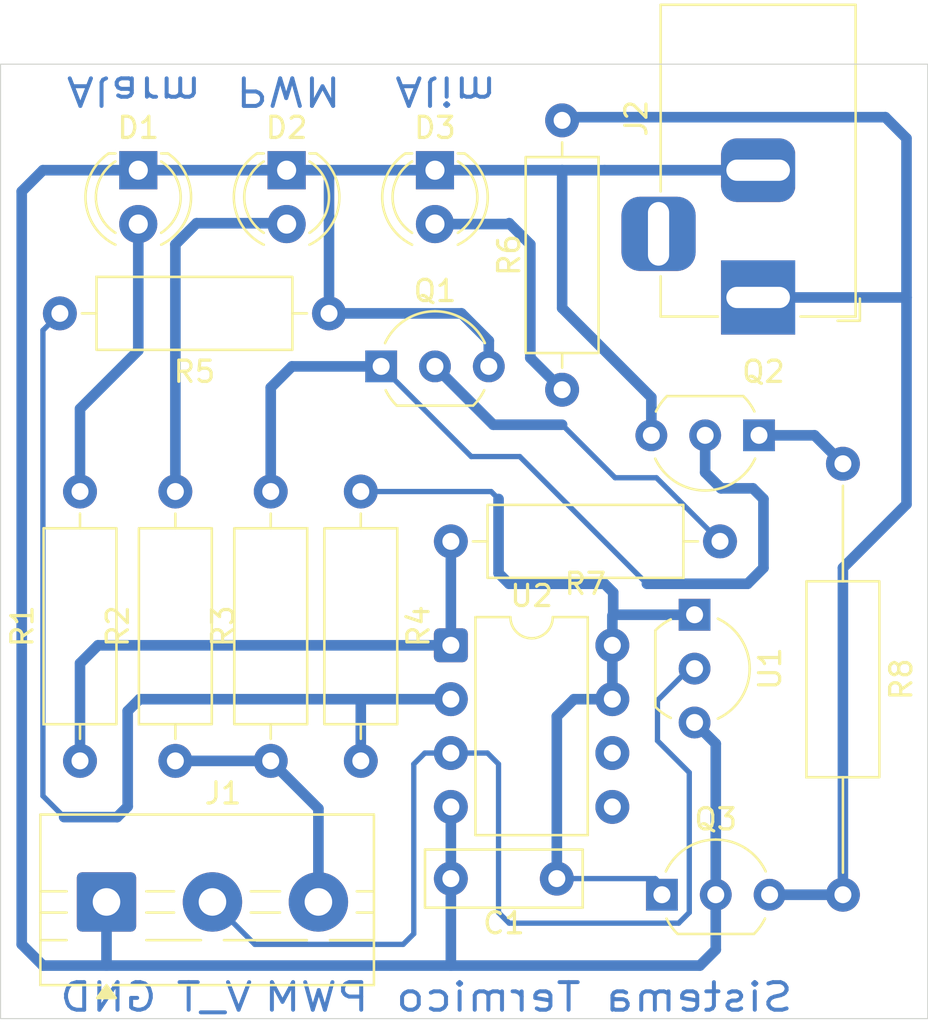
<source format=kicad_pcb>
(kicad_pcb (version 20241229) (generator "pcbnew") (generator_version "9.0")
  (layers (0 "F.Cu" signal) (2 "B.Cu" signal) (13 "F.Paste" user) (15 "B.Paste" user) (5 "F.SilkS" user "F.Silkscreen") (7 "B.SilkS" user "B.Silkscreen") (1 "F.Mask" user) (3 "B.Mask" user) (25 "Edge.Cuts" user))
  (net 0 "")
  (net 1 "Net-(U2-GND)")
  (net 2 "Net-(D1-A)")
  (net 3 "GND")
  (net 4 "Net-(D2-A)")
  (net 5 "Net-(D3-A)")
  (net 6 "V_T")
  (net 7 "IN_12")
  (net 9 "Net-(Q1-B)")
  (net 10 "Net-(Q2-C)")
  (net 11 "PWM")
  (net 12 "Net-(U2-+)")
  (net 13 "Net-(Q1-C)")
  (net 16 "Net-(Q3-C)")
  (footprint "Resistor_THT:R_Axial_DIN0309_L9.0mm_D3.2mm_P12.70mm_Horizontal" (layer "F.Cu") (at 50.5 37.65 -90)
    (property "Reference" "R6" (at 6.35 2.5 90) (layer "F.SilkS"))
    (property "Value" "220")
    (fp_line (start 1.04 0) (end 1.73 0) (stroke (width 0.12)) (layer "F.SilkS"))
    (fp_line (start 11.66 0) (end 10.97 0) (stroke (width 0.12)) (layer "F.SilkS"))
    (fp_rect (start 1.73 -1.72) (end 10.97 1.72) (stroke (width 0.12)) (fill no) (layer "F.SilkS"))
    (pad "1" thru_hole circle (at 0 0 270) (size 1.6 1.6) (drill 0.8) (layers "*.Cu" "*.Mask") (net 7 "IN_12"))
    (pad "2" thru_hole circle (at 12.7 0 270) (size 1.6 1.6) (drill 0.8) (layers "*.Cu" "*.Mask") (net 5 "Net-(D3-A)"))
  )
  (footprint "Package_TO_SOT_THT:TO-92_Inline_Wide" (layer "F.Cu") (at 41.96 49.25)
    (property "Reference" "Q1" (at 2.54 -3.56 0) (layer "F.SilkS"))
    (property "Value" "BC337")
    (fp_line (start 0.74 1.85) (end 4.34 1.85) (stroke (width 0.12)) (layer "F.SilkS"))
    (fp_arc (start 0.1836 -1.098807) (mid 1.143021 -2.192817) (end 2.54 -2.6) (stroke (width 0.12)) (layer "F.SilkS"))
    (fp_arc (start 0.74 1.85) (mid 0.446097 1.509328) (end 0.215816 1.122795) (stroke (width 0.12)) (layer "F.SilkS"))
    (fp_arc (start 2.54 -2.6) (mid 3.936979 -2.192818) (end 4.8964 -1.098807) (stroke (width 0.12)) (layer "F.SilkS"))
    (fp_arc (start 4.864184 1.122795) (mid 4.633903 1.509328) (end 4.34 1.85) (stroke (width 0.12)) (layer "F.SilkS"))
    (pad "1" thru_hole rect (at 0 0) (size 1.5 1.5) (drill 0.8) (layers "*.Cu" "*.Mask") (net 13 "Net-(Q1-C)"))
    (pad "2" thru_hole circle (at 2.54 0) (size 1.5 1.5) (drill 0.8) (layers "*.Cu" "*.Mask") (net 9 "Net-(Q1-B)"))
    (pad "3" thru_hole circle (at 5.08 0) (size 1.5 1.5) (drill 0.8) (layers "*.Cu" "*.Mask") (net 3 "GND"))
  )
  (footprint "Package_TO_SOT_THT:TO-92_Inline_Wide" (layer "F.Cu") (at 56.75 60.96 -90)
    (property "Reference" "U1" (at 2.54 -3.56 90) (layer "F.SilkS"))
    (property "Value" "LM35-LP")
    (fp_line (start 0.74 1.85) (end 4.34 1.85) (stroke (width 0.12)) (layer "F.SilkS"))
    (fp_arc (start 0.74 1.85) (mid 0.446097 1.509328) (end 0.215816 1.122795) (stroke (width 0.12)) (layer "F.SilkS"))
    (fp_arc (start 4.864184 1.122795) (mid 4.633903 1.509328) (end 4.34 1.85) (stroke (width 0.12)) (layer "F.SilkS"))
    (fp_arc (start 0.1836 -1.098807) (mid 1.143021 -2.192817) (end 2.54 -2.6) (stroke (width 0.12)) (layer "F.SilkS"))
    (fp_arc (start 2.54 -2.6) (mid 3.936979 -2.192818) (end 4.8964 -1.098807) (stroke (width 0.12)) (layer "F.SilkS"))
    (pad "1" thru_hole rect (at 0 0 270) (size 1.5 1.5) (drill 0.8) (layers "*.Cu" "*.Mask") (net 16 "Net-(Q3-C)"))
    (pad "2" thru_hole circle (at 2.54 0 270) (size 1.5 1.5) (drill 0.8) (layers "*.Cu" "*.Mask") (net 6 "V_T"))
    (pad "3" thru_hole circle (at 5.08 0 270) (size 1.5 1.5) (drill 0.8) (layers "*.Cu" "*.Mask") (net 3 "GND"))
  )
  (footprint "Resistor_THT:R_Axial_DIN0309_L9.0mm_D3.2mm_P12.70mm_Horizontal" (layer "F.Cu") (at 26.8 46.75)
    (property "Reference" "R5" (at 6.35 2.75 0) (layer "F.SilkS"))
    (property "Value" "100")
    (fp_line (start 1.04 0) (end 1.73 0) (stroke (width 0.12)) (layer "F.SilkS"))
    (fp_line (start 11.66 0) (end 10.97 0) (stroke (width 0.12)) (layer "F.SilkS"))
    (fp_rect (start 1.73 -1.72) (end 10.97 1.72) (stroke (width 0.12)) (fill no) (layer "F.SilkS"))
    (pad "1" thru_hole circle (at 0 0) (size 1.6 1.6) (drill 0.8) (layers "*.Cu" "*.Mask") (net 12 "Net-(U2-+)"))
    (pad "2" thru_hole circle (at 12.7 0) (size 1.6 1.6) (drill 0.8) (layers "*.Cu" "*.Mask") (net 3 "GND"))
  )
  (footprint "Package_TO_SOT_THT:TO-92_Inline_Wide" (layer "F.Cu") (at 55.21 74.16)
    (property "Reference" "Q3" (at 2.54 -3.56 0) (layer "F.SilkS"))
    (property "Value" "BC337")
    (fp_line (start 0.74 1.85) (end 4.34 1.85) (stroke (width 0.12)) (layer "F.SilkS"))
    (fp_arc (start 0.1836 -1.098807) (mid 1.143021 -2.192817) (end 2.54 -2.6) (stroke (width 0.12)) (layer "F.SilkS"))
    (fp_arc (start 0.74 1.85) (mid 0.446097 1.509328) (end 0.215816 1.122795) (stroke (width 0.12)) (layer "F.SilkS"))
    (fp_arc (start 2.54 -2.6) (mid 3.936979 -2.192818) (end 4.8964 -1.098807) (stroke (width 0.12)) (layer "F.SilkS"))
    (fp_arc (start 4.864184 1.122795) (mid 4.633903 1.509328) (end 4.34 1.85) (stroke (width 0.12)) (layer "F.SilkS"))
    (pad "1" thru_hole rect (at 0 0) (size 1.5 1.5) (drill 0.8) (layers "*.Cu" "*.Mask") (net 16 "Net-(Q3-C)"))
    (pad "2" thru_hole circle (at 2.54 0) (size 1.5 1.5) (drill 0.8) (layers "*.Cu" "*.Mask") (net 3 "GND"))
    (pad "3" thru_hole circle (at 5.08 0) (size 1.5 1.5) (drill 0.8) (layers "*.Cu" "*.Mask") (net 7 "IN_12"))
  )
  (footprint "Capacitor_THT:C_Rect_L7.2mm_W2.5mm_P5.00mm_FKS2_FKP2_MKS2_MKP2" (layer "F.Cu") (at 50.25 73.4 180)
    (property "Reference" "C1" (at 2.5 -2.1 0) (layer "F.SilkS"))
    (property "Value" "68n")
    (fp_line (start 6.22 1.37) (end -1.22 1.37) (stroke (width 0.12)) (layer "F.SilkS"))
    (fp_line (start 6.22 -1.37) (end 6.22 1.37) (stroke (width 0.12)) (layer "F.SilkS"))
    (fp_line (start -1.22 1.37) (end -1.22 -1.37) (stroke (width 0.12)) (layer "F.SilkS"))
    (fp_line (start -1.22 -1.37) (end 6.22 -1.37) (stroke (width 0.12)) (layer "F.SilkS"))
    (pad "1" thru_hole circle (at 0 0 180) (size 1.6 1.6) (drill 0.8) (layers "*.Cu" "*.Mask") (net 16 "Net-(Q3-C)"))
    (pad "2" thru_hole circle (at 5 0 180) (size 1.6 1.6) (drill 0.8) (layers "*.Cu" "*.Mask") (net 3 "GND"))
  )
  (footprint "LED_THT:LED_D4.0mm" (layer "F.Cu") (at 44.5 40 -90)
    (property "Reference" "D3" (at -2 0 180) (layer "F.SilkS"))
    (property "Value" "LED")
    (fp_line (start -0.79 1.08) (end -0.79 1.399) (stroke (width 0.12)) (layer "F.SilkS"))
    (fp_line (start -0.79 -1.399) (end -0.79 -1.08) (stroke (width 0.12)) (layer "F.SilkS"))
    (fp_arc (start 2.95333 1.08) (mid 1.27 2) (end -0.41333 1.08) (stroke (width 0.12)) (layer "F.SilkS"))
    (fp_arc (start 3.513591 1.08) (mid 1.45392 2.483198) (end -0.79 1.398749) (stroke (width 0.12)) (layer "F.SilkS"))
    (fp_arc (start -0.41333 -1.08) (mid 1.27 -2) (end 2.95333 -1.08) (stroke (width 0.12)) (layer "F.SilkS"))
    (fp_arc (start -0.79 -1.398749) (mid 1.45392 -2.483198) (end 3.513591 -1.08) (stroke (width 0.12)) (layer "F.SilkS"))
    (pad "1" thru_hole rect (at 0 0 270) (size 1.8 1.8) (drill 0.9) (layers "*.Cu" "*.Mask") (net 3 "GND"))
    (pad "2" thru_hole circle (at 2.54 0 270) (size 1.8 1.8) (drill 0.9) (layers "*.Cu" "*.Mask") (net 5 "Net-(D3-A)"))
  )
  (footprint "TerminalBlock:TerminalBlock_MaiXu_MX126-5.0-03P_1x03_P5.00mm" (layer "F.Cu") (at 29 74.5)
    (property "Reference" "J1" (at 5.5 -5.12 0) (layer "F.SilkS"))
    (property "Value" "Screw_Terminal_01x03")
    (fp_line (start -3.12 -4.12) (end 12.62 -4.12) (stroke (width 0.12)) (layer "F.SilkS"))
    (fp_line (start -3.12 -0.5) (end -1.88 -0.5) (stroke (width 0.12)) (layer "F.SilkS"))
    (fp_line (start -3.12 0.5) (end -1.88 0.5) (stroke (width 0.12)) (layer "F.SilkS"))
    (fp_line (start -3.12 1.8) (end -1.88 1.8) (stroke (width 0.12)) (layer "F.SilkS"))
    (fp_line (start -3.12 3.92) (end -3.12 -4.12) (stroke (width 0.12)) (layer "F.SilkS"))
    (fp_line (start -0.3 3.92) (end -3.12 3.92) (stroke (width 0.12)) (layer "F.SilkS"))
    (fp_line (start 1.88 -0.5) (end 3.188 -0.5) (stroke (width 0.12)) (layer "F.SilkS"))
    (fp_line (start 1.88 0.5) (end 3.188 0.5) (stroke (width 0.12)) (layer "F.SilkS"))
    (fp_line (start 1.88 1.8) (end 4.457 1.8) (stroke (width 0.12)) (layer "F.SilkS"))
    (fp_line (start 5.543 1.8) (end 9.457 1.8) (stroke (width 0.12)) (layer "F.SilkS"))
    (fp_line (start 6.812 -0.5) (end 8.188 -0.5) (stroke (width 0.12)) (layer "F.SilkS"))
    (fp_line (start 6.812 0.5) (end 8.188 0.5) (stroke (width 0.12)) (layer "F.SilkS"))
    (fp_line (start 10.543 1.8) (end 12.62 1.8) (stroke (width 0.12)) (layer "F.SilkS"))
    (fp_line (start 11.812 -0.5) (end 12.62 -0.5) (stroke (width 0.12)) (layer "F.SilkS"))
    (fp_line (start 11.812 0.5) (end 12.62 0.5) (stroke (width 0.12)) (layer "F.SilkS"))
    (fp_line (start 12.62 -4.12) (end 12.62 3.92) (stroke (width 0.12)) (layer "F.SilkS"))
    (fp_line (start 12.62 3.92) (end 0.3 3.92) (stroke (width 0.12)) (layer "F.SilkS"))
    (fp_poly (pts (xy 0 3.92) (xy 0.44 4.53) (xy -0.44 4.53)) (stroke (width 0.12)) (fill yes) (layer "F.SilkS"))
    (pad "1" thru_hole roundrect (at 0 0) (size 2.8 2.8) (drill 1.3) (layers "*.Cu" "*.Mask") (roundrect_rratio 0.089286) (net 3 "GND"))
    (pad "2" thru_hole circle (at 5 0) (size 2.8 2.8) (drill 1.3) (layers "*.Cu" "*.Mask") (net 6 "V_T"))
    (pad "3" thru_hole circle (at 10 0) (size 2.8 2.8) (drill 1.3) (layers "*.Cu" "*.Mask") (net 11 "PWM"))
  )
  (footprint "Resistor_THT:R_Axial_DIN0309_L9.0mm_D3.2mm_P20.32mm_Horizontal" (layer "F.Cu") (at 63.75 74.16 90)
    (property "Reference" "R8" (at 10.16 2.75 90) (layer "F.SilkS"))
    (property "Value" "150")
    (fp_line (start 19.28 0) (end 14.78 0) (stroke (width 0.12)) (layer "F.SilkS"))
    (fp_line (start 1.04 0) (end 5.54 0) (stroke (width 0.12)) (layer "F.SilkS"))
    (fp_rect (start 5.54 -1.72) (end 14.78 1.72) (stroke (width 0.12)) (fill no) (layer "F.SilkS"))
    (pad "1" thru_hole circle (at 0 0 90) (size 1.6 1.6) (drill 0.8) (layers "*.Cu" "*.Mask") (net 7 "IN_12"))
    (pad "2" thru_hole circle (at 20.32 0 90) (size 1.6 1.6) (drill 0.8) (layers "*.Cu" "*.Mask") (net 10 "Net-(Q2-C)"))
  )
  (footprint "LED_THT:LED_D4.0mm" (layer "F.Cu") (at 30.5 40 -90)
    (property "Reference" "D1" (at -2 0 180) (layer "F.SilkS"))
    (property "Value" "LED")
    (fp_line (start -0.79 1.08) (end -0.79 1.399) (stroke (width 0.12)) (layer "F.SilkS"))
    (fp_line (start -0.79 -1.399) (end -0.79 -1.08) (stroke (width 0.12)) (layer "F.SilkS"))
    (fp_arc (start 2.95333 1.08) (mid 1.27 2) (end -0.41333 1.08) (stroke (width 0.12)) (layer "F.SilkS"))
    (fp_arc (start 3.513591 1.08) (mid 1.45392 2.483198) (end -0.79 1.398749) (stroke (width 0.12)) (layer "F.SilkS"))
    (fp_arc (start -0.41333 -1.08) (mid 1.27 -2) (end 2.95333 -1.08) (stroke (width 0.12)) (layer "F.SilkS"))
    (fp_arc (start -0.79 -1.398749) (mid 1.45392 -2.483198) (end 3.513591 -1.08) (stroke (width 0.12)) (layer "F.SilkS"))
    (pad "1" thru_hole rect (at 0 0 270) (size 1.8 1.8) (drill 0.9) (layers "*.Cu" "*.Mask") (net 3 "GND"))
    (pad "2" thru_hole circle (at 2.54 0 270) (size 1.8 1.8) (drill 0.9) (layers "*.Cu" "*.Mask") (net 2 "Net-(D1-A)"))
  )
  (footprint "Resistor_THT:R_Axial_DIN0309_L9.0mm_D3.2mm_P12.70mm_Horizontal" (layer "F.Cu") (at 36.75 55.15 -90)
    (property "Reference" "R3" (at 6.35 2.25 90) (layer "F.SilkS"))
    (property "Value" "1k")
    (fp_line (start 1.04 0) (end 1.73 0) (stroke (width 0.12)) (layer "F.SilkS"))
    (fp_line (start 11.66 0) (end 10.97 0) (stroke (width 0.12)) (layer "F.SilkS"))
    (fp_rect (start 1.73 -1.72) (end 10.97 1.72) (stroke (width 0.12)) (fill no) (layer "F.SilkS"))
    (pad "1" thru_hole circle (at 0 0 270) (size 1.6 1.6) (drill 0.8) (layers "*.Cu" "*.Mask") (net 13 "Net-(Q1-C)"))
    (pad "2" thru_hole circle (at 12.7 0 270) (size 1.6 1.6) (drill 0.8) (layers "*.Cu" "*.Mask") (net 11 "PWM"))
  )
  (footprint "Resistor_THT:R_Axial_DIN0309_L9.0mm_D3.2mm_P12.70mm_Horizontal" (layer "F.Cu") (at 57.95 57.5 180)
    (property "Reference" "R7" (at 6.35 -2 0) (layer "F.SilkS"))
    (property "Value" "1k")
    (fp_line (start 11.66 0) (end 10.97 0) (stroke (width 0.12)) (layer "F.SilkS"))
    (fp_line (start 1.04 0) (end 1.73 0) (stroke (width 0.12)) (layer "F.SilkS"))
    (fp_rect (start 1.73 -1.72) (end 10.97 1.72) (stroke (width 0.12)) (fill no) (layer "F.SilkS"))
    (pad "1" thru_hole circle (at 0 0 180) (size 1.6 1.6) (drill 0.8) (layers "*.Cu" "*.Mask") (net 9 "Net-(Q1-B)"))
    (pad "2" thru_hole circle (at 12.7 0 180) (size 1.6 1.6) (drill 0.8) (layers "*.Cu" "*.Mask") (net 1 "Net-(U2-GND)"))
  )
  (footprint "Resistor_THT:R_Axial_DIN0309_L9.0mm_D3.2mm_P12.70mm_Horizontal" (layer "F.Cu") (at 27.75 67.85 90)
    (property "Reference" "R1" (at 6.35 -2.72 90) (layer "F.SilkS"))
    (property "Value" "560")
    (fp_line (start 11.66 0) (end 10.97 0) (stroke (width 0.12)) (layer "F.SilkS"))
    (fp_line (start 1.04 0) (end 1.73 0) (stroke (width 0.12)) (layer "F.SilkS"))
    (fp_rect (start 1.73 -1.72) (end 10.97 1.72) (stroke (width 0.12)) (fill no) (layer "F.SilkS"))
    (pad "1" thru_hole circle (at 0 0 90) (size 1.6 1.6) (drill 0.8) (layers "*.Cu" "*.Mask") (net 1 "Net-(U2-GND)"))
    (pad "2" thru_hole circle (at 12.7 0 90) (size 1.6 1.6) (drill 0.8) (layers "*.Cu" "*.Mask") (net 2 "Net-(D1-A)"))
  )
  (footprint "Package_TO_SOT_THT:TO-92_Inline_Wide" (layer "F.Cu") (at 59.79 52.5 180)
    (property "Reference" "Q2" (at -0.21 3 180) (layer "F.SilkS"))
    (property "Value" "BC337")
    (fp_line (start 0.74 1.85) (end 4.34 1.85) (stroke (width 0.12)) (layer "F.SilkS"))
    (fp_arc (start 4.864184 1.122795) (mid 4.633903 1.509328) (end 4.34 1.85) (stroke (width 0.12)) (layer "F.SilkS"))
    (fp_arc (start 2.54 -2.6) (mid 3.936979 -2.192818) (end 4.8964 -1.098807) (stroke (width 0.12)) (layer "F.SilkS"))
    (fp_arc (start 0.74 1.85) (mid 0.446097 1.509328) (end 0.215816 1.122795) (stroke (width 0.12)) (layer "F.SilkS"))
    (fp_arc (start 0.1836 -1.098807) (mid 1.143021 -2.192817) (end 2.54 -2.6) (stroke (width 0.12)) (layer "F.SilkS"))
    (pad "1" thru_hole rect (at 0 0 180) (size 1.5 1.5) (drill 0.8) (layers "*.Cu" "*.Mask") (net 10 "Net-(Q2-C)"))
    (pad "2" thru_hole circle (at 2.54 0 180) (size 1.5 1.5) (drill 0.8) (layers "*.Cu" "*.Mask") (net 13 "Net-(Q1-C)"))
    (pad "3" thru_hole circle (at 5.08 0 180) (size 1.5 1.5) (drill 0.8) (layers "*.Cu" "*.Mask") (net 3 "GND"))
  )
  (footprint "Package_DIP:DIP-8_W7.62mm" (layer "F.Cu") (at 45.25 62.4)
    (property "Reference" "U2" (at 3.81 -2.33 0) (layer "F.SilkS"))
    (property "Value" "LM311")
    (fp_line (start 1.16 -1.33) (end 1.16 8.95) (stroke (width 0.12)) (layer "F.SilkS"))
    (fp_line (start 1.16 8.95) (end 6.46 8.95) (stroke (width 0.12)) (layer "F.SilkS"))
    (fp_line (start 2.81 -1.33) (end 1.16 -1.33) (stroke (width 0.12)) (layer "F.SilkS"))
    (fp_line (start 6.46 -1.33) (end 4.81 -1.33) (stroke (width 0.12)) (layer "F.SilkS"))
    (fp_line (start 6.46 8.95) (end 6.46 -1.33) (stroke (width 0.12)) (layer "F.SilkS"))
    (fp_arc (start 4.81 -1.33) (mid 3.81 -0.33) (end 2.81 -1.33) (stroke (width 0.12)) (layer "F.SilkS"))
    (pad "1" thru_hole roundrect (at 0 0) (size 1.6 1.6) (drill 0.8) (layers "*.Cu" "*.Mask") (roundrect_rratio 0.15625) (net 1 "Net-(U2-GND)"))
    (pad "2" thru_hole circle (at 0 2.54) (size 1.6 1.6) (drill 0.8) (layers "*.Cu" "*.Mask") (net 12 "Net-(U2-+)"))
    (pad "3" thru_hole circle (at 0 5.08) (size 1.6 1.6) (drill 0.8) (layers "*.Cu" "*.Mask") (net 6 "V_T"))
    (pad "4" thru_hole circle (at 0 7.62) (size 1.6 1.6) (drill 0.8) (layers "*.Cu" "*.Mask") (net 3 "GND"))
    (pad "5" thru_hole circle (at 7.62 7.62) (size 1.6 1.6) (drill 0.8) (layers "*.Cu" "*.Mask"))
    (pad "6" thru_hole circle (at 7.62 5.08) (size 1.6 1.6) (drill 0.8) (layers "*.Cu" "*.Mask"))
    (pad "7" thru_hole circle (at 7.62 2.54) (size 1.6 1.6) (drill 0.8) (layers "*.Cu" "*.Mask") (net 16 "Net-(Q3-C)"))
    (pad "8" thru_hole circle (at 7.62 0) (size 1.6 1.6) (drill 0.8) (layers "*.Cu" "*.Mask") (net 16 "Net-(Q3-C)"))
  )
  (footprint "Resistor_THT:R_Axial_DIN0309_L9.0mm_D3.2mm_P12.70mm_Horizontal" (layer "F.Cu") (at 41 55.15 -90)
    (property "Reference" "R4" (at 6.35 -2.72 90) (layer "F.SilkS"))
    (property "Value" "1k")
    (fp_line (start 1.04 0) (end 1.73 0) (stroke (width 0.12)) (layer "F.SilkS"))
    (fp_line (start 11.66 0) (end 10.97 0) (stroke (width 0.12)) (layer "F.SilkS"))
    (fp_rect (start 1.73 -1.72) (end 10.97 1.72) (stroke (width 0.12)) (fill no) (layer "F.SilkS"))
    (pad "1" thru_hole circle (at 0 0 270) (size 1.6 1.6) (drill 0.8) (layers "*.Cu" "*.Mask") (net 16 "Net-(Q3-C)"))
    (pad "2" thru_hole circle (at 12.7 0 270) (size 1.6 1.6) (drill 0.8) (layers "*.Cu" "*.Mask") (net 12 "Net-(U2-+)"))
  )
  (footprint "LED_THT:LED_D4.0mm" (layer "F.Cu") (at 37.5 40 -90)
    (property "Reference" "D2" (at -2 0 180) (layer "F.SilkS"))
    (property "Value" "LED")
    (fp_line (start -0.79 1.08) (end -0.79 1.399) (stroke (width 0.12)) (layer "F.SilkS"))
    (fp_line (start -0.79 -1.399) (end -0.79 -1.08) (stroke (width 0.12)) (layer "F.SilkS"))
    (fp_arc (start 2.95333 1.08) (mid 1.27 2) (end -0.41333 1.08) (stroke (width 0.12)) (layer "F.SilkS"))
    (fp_arc (start 3.513591 1.08) (mid 1.45392 2.483198) (end -0.79 1.398749) (stroke (width 0.12)) (layer "F.SilkS"))
    (fp_arc (start -0.41333 -1.08) (mid 1.27 -2) (end 2.95333 -1.08) (stroke (width 0.12)) (layer "F.SilkS"))
    (fp_arc (start -0.79 -1.398749) (mid 1.45392 -2.483198) (end 3.513591 -1.08) (stroke (width 0.12)) (layer "F.SilkS"))
    (pad "1" thru_hole rect (at 0 0 270) (size 1.8 1.8) (drill 0.9) (layers "*.Cu" "*.Mask") (net 3 "GND"))
    (pad "2" thru_hole circle (at 2.54 0 270) (size 1.8 1.8) (drill 0.9) (layers "*.Cu" "*.Mask") (net 4 "Net-(D2-A)"))
  )
  (footprint "Connector_BarrelJack:BarrelJack_Horizontal" (layer "F.Cu") (at 59.75 46 -90)
    (property "Reference" "J2" (at -8.45 5.75 90) (layer "F.SilkS"))
    (property "Value" "Barrel_Jack_Switch")
    (fp_line (start -13.8 4.6) (end -13.8 -4.6) (stroke (width 0.12)) (layer "F.SilkS"))
    (fp_line (start -5 4.6) (end -13.8 4.6) (stroke (width 0.12)) (layer "F.SilkS"))
    (fp_line (start 0.9 4.6) (end -1 4.6) (stroke (width 0.12)) (layer "F.SilkS"))
    (fp_line (start 0.9 1.9) (end 0.9 4.6) (stroke (width 0.12)) (layer "F.SilkS"))
    (fp_line (start 1.1 -3.75) (end 1.1 -4.8) (stroke (width 0.12)) (layer "F.SilkS"))
    (fp_line (start -13.8 -4.6) (end 0.9 -4.6) (stroke (width 0.12)) (layer "F.SilkS"))
    (fp_line (start 0.9 -4.6) (end 0.9 -2) (stroke (width 0.12)) (layer "F.SilkS"))
    (fp_line (start 0.05 -4.8) (end 1.1 -4.8) (stroke (width 0.12)) (layer "F.SilkS"))
    (pad "1" thru_hole rect (at 0 0 270) (size 3.5 3.5) (drill oval 1 3) (layers "*.Cu" "*.Mask") (net 7 "IN_12"))
    (pad "2" thru_hole roundrect (at -6 0 270) (size 3 3.5) (drill oval 1 3) (layers "*.Cu" "*.Mask") (net 3 "GND"))
    (pad "3" thru_hole roundrect (at -3 4.7 270) (size 3.5 3.5) (drill oval 3 1) (layers "*.Cu" "*.Mask"))
  )
  (footprint "Resistor_THT:R_Axial_DIN0309_L9.0mm_D3.2mm_P12.70mm_Horizontal" (layer "F.Cu") (at 32.25 67.85 90)
    (property "Reference" "R2" (at 6.35 -2.72 90) (layer "F.SilkS"))
    (property "Value" "560")
    (fp_line (start 11.66 0) (end 10.97 0) (stroke (width 0.12)) (layer "F.SilkS"))
    (fp_line (start 1.04 0) (end 1.73 0) (stroke (width 0.12)) (layer "F.SilkS"))
    (fp_rect (start 1.73 -1.72) (end 10.97 1.72) (stroke (width 0.12)) (fill no) (layer "F.SilkS"))
    (pad "1" thru_hole circle (at 0 0 90) (size 1.6 1.6) (drill 0.8) (layers "*.Cu" "*.Mask") (net 11 "PWM"))
    (pad "2" thru_hole circle (at 12.7 0 90) (size 1.6 1.6) (drill 0.8) (layers "*.Cu" "*.Mask") (net 4 "Net-(D2-A)"))
  )
  (gr_rect (start 24 35) (end 67.75 80) (stroke (width 0.05)) (fill no) (layer "Edge.Cuts"))
  (gr_text "PWM" (at 35 35.5 180) (layer "B.Cu") (effects (font (size 1.3 1.5) (thickness 0.1875)) (justify left bottom mirror)))
  (gr_text "Alim" (at 42.5 35.5 180) (layer "B.Cu") (effects (font (size 1.3 1.5) (thickness 0.1875)) (justify left bottom mirror)))
  (gr_text "Sistema Termico" (at 61.5 79.75 0) (layer "B.Cu") (effects (font (size 1.3 1.5) (thickness 0.1875)) (justify left bottom mirror)))
  (gr_text "PWM\n" (at 41.5 79.75 0) (layer "B.Cu") (effects (font (size 1.3 1.5) (thickness 0.1875)) (justify left bottom mirror)))
  (gr_text "V_T" (at 36 79.75 0) (layer "B.Cu") (effects (font (size 1.3 1.5) (thickness 0.1875)) (justify left bottom mirror)))
  (gr_text "Alarm" (at 27 35.5 180) (layer "B.Cu") (effects (font (size 1.3 1.5) (thickness 0.1875)) (justify left bottom mirror)))
  (gr_text "GND" (at 31.5 79.75 0) (layer "B.Cu") (effects (font (size 1.3 1.5) (thickness 0.1875)) (justify left bottom mirror)))
  (segment (start 27.75 63.25) (end 27.75 67.85) (width 0.5) (layer "B.Cu") (net 1))
  (segment (start 45.25 62.4) (end 45.25 57.5) (width 0.5) (layer "B.Cu") (net 1))
  (segment (start 28.6 62.4) (end 27.75 63.25) (width 0.5) (layer "B.Cu") (net 1))
  (segment (start 45.25 62.4) (end 28.6 62.4) (width 0.5) (layer "B.Cu") (net 1))
  (segment (start 30.5 42.54) (end 30.5 48.5) (width 0.5) (layer "B.Cu") (net 2))
  (segment (start 27.75 51.25) (end 27.75 55.15) (width 0.5) (layer "B.Cu") (net 2))
  (segment (start 30.5 48.5) (end 27.75 51.25) (width 0.5) (layer "B.Cu") (net 2))
  (segment (start 45.25 70.02) (end 45.25 77.5) (width 0.5) (layer "B.Cu") (net 3))
  (segment (start 39.5 46.75) (end 39.5 40) (width 0.5) (layer "B.Cu") (net 3))
  (segment (start 57.75 67.04) (end 56.75 66.04) (width 0.5) (layer "B.Cu") (net 3))
  (segment (start 50.5 40) (end 50.5 46.5) (width 0.5) (layer "B.Cu") (net 3))
  (segment (start 52.5 40) (end 50.5 40) (width 0.5) (layer "B.Cu") (net 3))
  (segment (start 45.75 46.75) (end 47.04 48.04) (width 0.5) (layer "B.Cu") (net 3))
  (segment (start 47.04 48.04) (end 47.04 49.25) (width 0.5) (layer "B.Cu") (net 3))
  (segment (start 29 74.5) (end 29 77.5) (width 0.5) (layer "B.Cu") (net 3))
  (segment (start 50.5 46.5) (end 54.71 50.71) (width 0.5) (layer "B.Cu") (net 3))
  (segment (start 26 77.5) (end 57 77.5) (width 0.5) (layer "B.Cu") (net 3))
  (segment (start 25 76.5) (end 26 77.5) (width 0.5) (layer "B.Cu") (net 3))
  (segment (start 26 40) (end 25 41) (width 0.5) (layer "B.Cu") (net 3))
  (segment (start 57 77.5) (end 57.75 76.75) (width 0.5) (layer "B.Cu") (net 3))
  (segment (start 39.5 46.75) (end 45.75 46.75) (width 0.5) (layer "B.Cu") (net 3))
  (segment (start 39.5 40) (end 26 40) (width 0.5) (layer "B.Cu") (net 3))
  (segment (start 50.5 40) (end 39.5 40) (width 0.5) (layer "B.Cu") (net 3))
  (segment (start 25 41) (end 25 76.5) (width 0.5) (layer "B.Cu") (net 3))
  (segment (start 59.75 40) (end 52.5 40) (width 0.5) (layer "B.Cu") (net 3))
  (segment (start 54.71 50.71) (end 54.71 52.5) (width 0.5) (layer "B.Cu") (net 3))
  (segment (start 57.75 76.75) (end 57.75 67.04) (width 0.5) (layer "B.Cu") (net 3))
  (segment (start 37.5 42.54) (end 37.5 42.5) (width 0.5) (layer "B.Cu") (net 4))
  (segment (start 37.5 42.5) (end 33.25 42.5) (width 0.5) (layer "B.Cu") (net 4))
  (segment (start 33.25 42.5) (end 32.25 43.5) (width 0.5) (layer "B.Cu") (net 4))
  (segment (start 32.25 43.5) (end 32.25 55.15) (width 0.5) (layer "B.Cu") (net 4))
  (segment (start 50.5 50.35) (end 49 48.85) (width 0.5) (layer "B.Cu") (net 5))
  (segment (start 47.96 42.54) (end 48 42.5) (width 0.5) (layer "B.Cu") (net 5))
  (segment (start 50.5 50.35) (end 50.35 50.35) (width 0.5) (layer "B.Cu") (net 5))
  (segment (start 49 48.85) (end 49 43.5) (width 0.5) (layer "B.Cu") (net 5))
  (segment (start 48 42.5) (end 49 43.5) (width 0.5) (layer "B.Cu") (net 5))
  (segment (start 47.96 42.54) (end 44.5 42.54) (width 0.5) (layer "B.Cu") (net 5))
  (segment (start 43.5 76) (end 43 76.5) (width 0.25) (layer "B.Cu") (net 6))
  (segment (start 36 76.5) (end 34 74.5) (width 0.25) (layer "B.Cu") (net 6))
  (segment (start 47.5 75) (end 47.5 68) (width 0.25) (layer "B.Cu") (net 6))
  (segment (start 45.25 67.48) (end 44.02 67.48) (width 0.25) (layer "B.Cu") (net 6))
  (segment (start 44.02 67.48) (end 43.5 68) (width 0.25) (layer "B.Cu") (net 6))
  (segment (start 47.5 68) (end 46.98 67.48) (width 0.25) (layer "B.Cu") (net 6))
  (segment (start 56.5 68.399) (end 56.5 75) (width 0.25) (layer "B.Cu") (net 6))
  (segment (start 55 65) (end 55 66.899) (width 0.25) (layer "B.Cu") (net 6))
  (segment (start 48 75.5) (end 47.5 75) (width 0.25) (layer "B.Cu") (net 6))
  (segment (start 56.5 75) (end 56 75.5) (width 0.25) (layer "B.Cu") (net 6))
  (segment (start 43 76.5) (end 36 76.5) (width 0.25) (layer "B.Cu") (net 6))
  (segment (start 55 66.899) (end 56.5 68.399) (width 0.25) (layer "B.Cu") (net 6))
  (segment (start 46.98 67.48) (end 45.25 67.48) (width 0.25) (layer "B.Cu") (net 6))
  (segment (start 56.75 63.5) (end 56.5 63.5) (width 0.25) (layer "B.Cu") (net 6))
  (segment (start 56 75.5) (end 48 75.5) (width 0.25) (layer "B.Cu") (net 6))
  (segment (start 56.5 63.5) (end 55 65) (width 0.25) (layer "B.Cu") (net 6))
  (segment (start 43.5 68) (end 43.5 76) (width 0.25) (layer "B.Cu") (net 6))
  (segment (start 50.5 37.5) (end 65.75 37.5) (width 0.5) (layer "B.Cu") (net 7))
  (segment (start 65.75 37.5) (end 66.75 38.499) (width 0.5) (layer "B.Cu") (net 7))
  (segment (start 59.75 46) (end 66.75 46) (width 0.5) (layer "B.Cu") (net 7))
  (segment (start 66.75 55.75) (end 63.75 58.75) (width 0.5) (layer "B.Cu") (net 7))
  (segment (start 66.75 38.499) (end 66.75 46) (width 0.5) (layer "B.Cu") (net 7))
  (segment (start 63.75 58.75) (end 63.75 74.16) (width 0.5) (layer "B.Cu") (net 7))
  (segment (start 50.5 37.65) (end 50.5 37.5) (width 0.5) (layer "B.Cu") (net 7))
  (segment (start 66.75 46) (end 66.75 55.75) (width 0.5) (layer "B.Cu") (net 7))
  (segment (start 63.75 74.16) (end 60.29 74.16) (width 0.5) (layer "B.Cu") (net 7))
  (segment (start 50.5 52) (end 53 54.5) (width 0.25) (layer "B.Cu") (net 9))
  (segment (start 53 54.5) (end 54.95 54.5) (width 0.25) (layer "B.Cu") (net 9))
  (segment (start 54.95 54.5) (end 57.95 57.5) (width 0.25) (layer "B.Cu") (net 9))
  (segment (start 44.5 49.25) (end 47.25 52) (width 0.5) (layer "B.Cu") (net 9))
  (segment (start 47.25 52) (end 50.5 52) (width 0.5) (layer "B.Cu") (net 9))
  (segment (start 59.79 52.5) (end 62.41 52.5) (width 0.5) (layer "B.Cu") (net 10))
  (segment (start 62.41 52.5) (end 63.75 53.84) (width 0.5) (layer "B.Cu") (net 10))
  (segment (start 36.75 67.85) (end 39 70.1) (width 0.5) (layer "B.Cu") (net 11))
  (segment (start 39 74.5) (end 38.5 75) (width 0.5) (layer "B.Cu") (net 11))
  (segment (start 39 70.1) (end 39 74.5) (width 0.5) (layer "B.Cu") (net 11))
  (segment (start 32.25 67.85) (end 36.75 67.85) (width 0.5) (layer "B.Cu") (net 11))
  (segment (start 41 64.94) (end 30.56 64.94) (width 0.5) (layer "B.Cu") (net 12))
  (segment (start 26 69.5) (end 26.000001 47.549999) (width 0.25) (layer "B.Cu") (net 12))
  (segment (start 29.5 70.5) (end 27 70.5) (width 0.5) (layer "B.Cu") (net 12))
  (segment (start 30 65.5) (end 30 70) (width 0.5) (layer "B.Cu") (net 12))
  (segment (start 45.25 64.94) (end 41 64.94) (width 0.5) (layer "B.Cu") (net 12))
  (segment (start 27 70.5) (end 26 69.5) (width 0.25) (layer "B.Cu") (net 12))
  (segment (start 26.000001 47.549999) (end 26.8 46.75) (width 0.25) (layer "B.Cu") (net 12))
  (segment (start 30.56 64.94) (end 30 65.5) (width 0.5) (layer "B.Cu") (net 12))
  (segment (start 41 67.85) (end 41 64.94) (width 0.5) (layer "B.Cu") (net 12))
  (segment (start 30 70) (end 29.5 70.5) (width 0.5) (layer "B.Cu") (net 12))
  (segment (start 54.5 59.5) (end 59.25 59.5) (width 0.5) (layer "B.Cu") (net 13))
  (segment (start 36.75 55.15) (end 36.75 50.25) (width 0.5) (layer "B.Cu") (net 13))
  (segment (start 37.75 49.25) (end 41.96 49.25) (width 0.5) (layer "B.Cu") (net 13))
  (segment (start 46.21 53.5) (end 48.5 53.5) (width 0.25) (layer "B.Cu") (net 13))
  (segment (start 57.25 54.25) (end 57.25 52.5) (width 0.5) (layer "B.Cu") (net 13))
  (segment (start 59.5 55) (end 58 55) (width 0.5) (layer "B.Cu") (net 13))
  (segment (start 48.5 53.5) (end 54.5 59.5) (width 0.25) (layer "B.Cu") (net 13))
  (segment (start 59.25 59.5) (end 60 58.75) (width 0.5) (layer "B.Cu") (net 13))
  (segment (start 36.75 50.25) (end 37.75 49.25) (width 0.5) (layer "B.Cu") (net 13))
  (segment (start 41.96 49.25) (end 46.21 53.5) (width 0.25) (layer "B.Cu") (net 13))
  (segment (start 60 58.75) (end 60 55.5) (width 0.5) (layer "B.Cu") (net 13))
  (segment (start 58 55) (end 57.25 54.25) (width 0.5) (layer "B.Cu") (net 13))
  (segment (start 60 55.5) (end 59.5 55) (width 0.5) (layer "B.Cu") (net 13))
  (segment (start 56.75 60.96) (end 52.91 60.96) (width 0.5) (layer "B.Cu") (net 16))
  (segment (start 56.54 60.96) (end 56.5 61) (width 0.2) (layer "B.Cu") (net 16))
  (segment (start 52.87 61) (end 52.87 64.94) (width 0.5) (layer "B.Cu") (net 16))
  (segment (start 56.75 60.96) (end 56.54 60.96) (width 0.2) (layer "B.Cu") (net 16))
  (segment (start 47.15 55.15) (end 41 55.15) (width 0.25) (layer "B.Cu") (net 16))
  (segment (start 50.25 65.75) (end 50.25 73.4) (width 0.5) (layer "B.Cu") (net 16))
  (segment (start 48 59.5) (end 47.5 59) (width 0.5) (layer "B.Cu") (net 16))
  (segment (start 55.21 73.71) (end 54.9 73.4) (width 0.25) (layer "B.Cu") (net 16))
  (segment (start 51.06 64.94) (end 50.25 65.75) (width 0.5) (layer "B.Cu") (net 16))
  (segment (start 52.5 59.5) (end 48 59.5) (width 0.5) (layer "B.Cu") (net 16))
  (segment (start 47.5 59) (end 47.5 55.5) (width 0.5) (layer "B.Cu") (net 16))
  (segment (start 52.87 64.94) (end 51.06 64.94) (width 0.5) (layer "B.Cu") (net 16))
  (segment (start 47.5 55.5) (end 47.15 55.15) (width 0.25) (layer "B.Cu") (net 16))
  (segment (start 55.21 74.16) (end 55.21 73.71) (width 0.5) (layer "B.Cu") (net 16))
  (segment (start 52.91 60.96) (end 52.91 59.91) (width 0.5) (layer "B.Cu") (net 16))
  (segment (start 52.91 59.91) (end 52.5 59.5) (width 0.5) (layer "B.Cu") (net 16))
  (segment (start 52.91 60.96) (end 52.87 61) (width 0.2) (layer "B.Cu") (net 16))
  (segment (start 54.9 73.4) (end 50.25 73.4) (width 0.25) (layer "B.Cu") (net 16))
)
</source>
